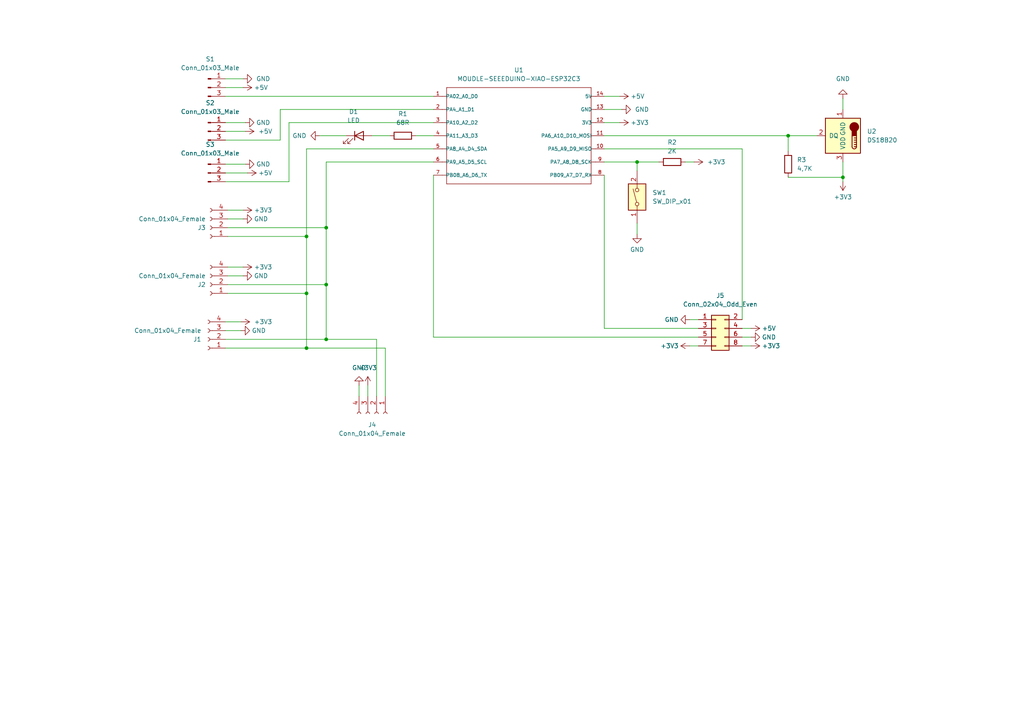
<source format=kicad_sch>
(kicad_sch (version 20231120) (generator "eeschema") (generator_version "8.0")
  (paper "A4")
  (lib_symbols
    (symbol "Connector:Conn_01x03_Male" (pin_names (offset 1.016) hide)
      (property "Reference" "J" (at 0 5.08 0))
      (property "Value" "Conn_01x03_Male" (at 0 -5.08 0))
      (symbol "Conn_01x03_Male_1_1"
        (polyline (pts (xy 1.27 -2.54) (xy 0.8636 -2.54)) (stroke (width 0.1524)))
        (polyline (pts (xy 1.27 0) (xy 0.8636 0)) (stroke (width 0.1524)))
        (polyline (pts (xy 1.27 2.54) (xy 0.8636 2.54)) (stroke (width 0.1524)))
        (rectangle (start 0.8636 -2.413) (end 0 -2.667) (stroke (width 0.1524)) (fill (type outline)))
        (rectangle (start 0.8636 0.127) (end 0 -0.127) (stroke (width 0.1524)) (fill (type outline)))
        (rectangle (start 0.8636 2.667) (end 0 2.413) (stroke (width 0.1524)) (fill (type outline)))
        (pin passive line (at 5.08 2.54 180) (length 3.81) (name "Pin_1") (number "1"))
        (pin passive line (at 5.08 0 180) (length 3.81) (name "Pin_2") (number "2"))
        (pin passive line (at 5.08 -2.54 180) (length 3.81) (name "Pin_3") (number "3"))
      )
    )
    (symbol "Connector:Conn_01x04_Female" (pin_names (offset 1.016) hide)
      (property "Reference" "J" (at 0 5.08 0))
      (property "Value" "Conn_01x04_Female" (at 0 -7.62 0))
      (symbol "Conn_01x04_Female_1_1"
        (arc (start 0 -4.572) (mid -0.5058 -5.08) (end 0 -5.588) (stroke (width 0.1524)))
        (arc (start 0 -2.032) (mid -0.5058 -2.54) (end 0 -3.048) (stroke (width 0.1524)))
        (polyline (pts (xy -1.27 -5.08) (xy -0.508 -5.08)) (stroke (width 0.1524)))
        (polyline (pts (xy -1.27 -2.54) (xy -0.508 -2.54)) (stroke (width 0.1524)))
        (polyline (pts (xy -1.27 0) (xy -0.508 0)) (stroke (width 0.1524)))
        (polyline (pts (xy -1.27 2.54) (xy -0.508 2.54)) (stroke (width 0.1524)))
        (arc (start 0 0.508) (mid -0.5058 0) (end 0 -0.508) (stroke (width 0.1524)))
        (arc (start 0 3.048) (mid -0.5058 2.54) (end 0 2.032) (stroke (width 0.1524)))
        (pin passive line (at -5.08 2.54 0) (length 3.81) (name "Pin_1") (number "1"))
        (pin passive line (at -5.08 0 0) (length 3.81) (name "Pin_2") (number "2"))
        (pin passive line (at -5.08 -2.54 0) (length 3.81) (name "Pin_3") (number "3"))
        (pin passive line (at -5.08 -5.08 0) (length 3.81) (name "Pin_4") (number "4"))
      )
    )
    (symbol "Connector_Generic:Conn_02x04_Odd_Even" (pin_names (offset 1.016) hide)
      (property "Reference" "J" (at 1.27 5.08 0))
      (property "Value" "Conn_02x04_Odd_Even" (at 1.27 -7.62 0))
      (symbol "Conn_02x04_Odd_Even_1_1"
        (rectangle (start -1.27 -4.953) (end 0 -5.207) (stroke (width 0.1524)))
        (rectangle (start -1.27 -2.413) (end 0 -2.667) (stroke (width 0.1524)))
        (rectangle (start -1.27 0.127) (end 0 -0.127) (stroke (width 0.1524)))
        (rectangle (start -1.27 2.667) (end 0 2.413) (stroke (width 0.1524)))
        (rectangle (start -1.27 3.81) (end 3.81 -6.35) (stroke (width 0.254)) (fill (type background)))
        (rectangle (start 3.81 -4.953) (end 2.54 -5.207) (stroke (width 0.1524)))
        (rectangle (start 3.81 -2.413) (end 2.54 -2.667) (stroke (width 0.1524)))
        (rectangle (start 3.81 0.127) (end 2.54 -0.127) (stroke (width 0.1524)))
        (rectangle (start 3.81 2.667) (end 2.54 2.413) (stroke (width 0.1524)))
        (pin passive line (at -5.08 2.54 0) (length 3.81) (name "Pin_1") (number "1"))
        (pin passive line (at 7.62 2.54 180) (length 3.81) (name "Pin_2") (number "2"))
        (pin passive line (at -5.08 0 0) (length 3.81) (name "Pin_3") (number "3"))
        (pin passive line (at 7.62 0 180) (length 3.81) (name "Pin_4") (number "4"))
        (pin passive line (at -5.08 -2.54 0) (length 3.81) (name "Pin_5") (number "5"))
        (pin passive line (at 7.62 -2.54 180) (length 3.81) (name "Pin_6") (number "6"))
        (pin passive line (at -5.08 -5.08 0) (length 3.81) (name "Pin_7") (number "7"))
        (pin passive line (at 7.62 -5.08 180) (length 3.81) (name "Pin_8") (number "8"))
      )
    )
    (symbol "Device:LED" (pin_numbers hide) (pin_names (offset 1.016) hide)
      (property "Reference" "D" (at 0 2.54 0))
      (property "Value" "LED" (at 0 -2.54 0))
      (symbol "LED_0_1"
        (polyline (pts (xy -1.27 -1.27) (xy -1.27 1.27)) (stroke (width 0.254)))
        (polyline (pts (xy -1.27 0) (xy 1.27 0)))
        (polyline (pts (xy 1.27 -1.27) (xy 1.27 1.27) (xy -1.27 0) (xy 1.27 -1.27)) (stroke (width 0.254)))
        (polyline (pts (xy -3.048 -0.762) (xy -4.572 -2.286) (xy -3.81 -2.286) (xy -4.572 -2.286) (xy -4.572 -1.524)))
        (polyline (pts (xy -1.778 -0.762) (xy -3.302 -2.286) (xy -2.54 -2.286) (xy -3.302 -2.286) (xy -3.302 -1.524)))
      )
      (symbol "LED_1_1"
        (pin passive line (at -3.81 0 0) (length 2.54) (name "K") (number "1"))
        (pin passive line (at 3.81 0 180) (length 2.54) (name "A") (number "2"))
      )
    )
    (symbol "Device:R" (pin_numbers hide) (pin_names (offset 0))
      (property "Reference" "R" (at 2.032 0 90))
      (property "Value" "R" (at 0 0 90))
      (symbol "R_0_1"
        (rectangle (start -1.016 -2.54) (end 1.016 2.54) (stroke (width 0.254)))
      )
      (symbol "R_1_1"
        (pin passive line (at 0 3.81 270) (length 1.27) (name "~") (number "1"))
        (pin passive line (at 0 -3.81 90) (length 1.27) (name "~") (number "2"))
      )
    )
    (symbol "MOUDLE-SEEEDUINO-XIAO-ESP32C3:MOUDLE-SEEEDUINO-XIAO-ESP32C3" (pin_names (offset 1.016))
      (property "Reference" "U" (at -21.59 15.24 0))
      (property "Value" "MOUDLE-SEEEDUINO-XIAO-ESP32C3" (at -21.59 13.97 0))
      (symbol "MOUDLE-SEEEDUINO-XIAO-ESP32C3_0_0"
        (polyline (pts (xy -21.59 -13.97) (xy -21.59 0)) (stroke (width 0.1524)))
        (polyline (pts (xy -21.59 -11.43) (xy -22.86 -11.43)) (stroke (width 0.1524)))
        (polyline (pts (xy -21.59 -7.62) (xy -22.86 -7.62)) (stroke (width 0.1524)))
        (polyline (pts (xy -21.59 -3.81) (xy -22.86 -3.81)) (stroke (width 0.1524)))
        (polyline (pts (xy -21.59 0) (xy -22.86 0)) (stroke (width 0.1524)))
        (polyline (pts (xy -21.59 0) (xy -21.59 3.81)) (stroke (width 0.1524)))
        (polyline (pts (xy -21.59 3.81) (xy -22.86 3.81)) (stroke (width 0.1524)))
        (polyline (pts (xy -21.59 3.81) (xy -21.59 7.62)) (stroke (width 0.1524)))
        (polyline (pts (xy -21.59 7.62) (xy -22.86 7.62)) (stroke (width 0.1524)))
        (polyline (pts (xy -21.59 7.62) (xy -21.59 11.43)) (stroke (width 0.1524)))
        (polyline (pts (xy -21.59 11.43) (xy -22.86 11.43)) (stroke (width 0.1524)))
        (polyline (pts (xy -21.59 11.43) (xy -21.59 13.97)) (stroke (width 0.1524)))
        (polyline (pts (xy -21.59 13.97) (xy 20.32 13.97)) (stroke (width 0.1524)))
        (polyline (pts (xy 20.32 -13.97) (xy -21.59 -13.97)) (stroke (width 0.1524)))
        (polyline (pts (xy 20.32 3.81) (xy 20.32 -13.97)) (stroke (width 0.1524)))
        (polyline (pts (xy 20.32 7.62) (xy 20.32 3.81)) (stroke (width 0.1524)))
        (polyline (pts (xy 20.32 11.43) (xy 20.32 7.62)) (stroke (width 0.1524)))
        (polyline (pts (xy 20.32 13.97) (xy 20.32 11.43)) (stroke (width 0.1524)))
        (polyline (pts (xy 21.59 -11.43) (xy 20.32 -11.43)) (stroke (width 0.1524)))
        (polyline (pts (xy 21.59 -7.62) (xy 20.32 -7.62)) (stroke (width 0.1524)))
        (polyline (pts (xy 21.59 -3.81) (xy 20.32 -3.81)) (stroke (width 0.1524)))
        (polyline (pts (xy 21.59 0) (xy 20.32 0)) (stroke (width 0.1524)))
        (polyline (pts (xy 21.59 3.81) (xy 20.32 3.81)) (stroke (width 0.1524)))
        (polyline (pts (xy 21.59 7.62) (xy 20.32 7.62)) (stroke (width 0.1524)))
        (polyline (pts (xy 21.59 11.43) (xy 20.32 11.43)) (stroke (width 0.1524)))
        (pin bidirectional line (at -25.4 11.43 0) (length 2.54) (name "PA02_A0_D0") (number "1"))
        (pin bidirectional line (at 24.13 -3.81 180) (length 2.54) (name "PA5_A9_D9_MISO") (number "10"))
        (pin bidirectional line (at 24.13 0 180) (length 2.54) (name "PA6_A10_D10_MOSI") (number "11"))
        (pin bidirectional line (at 24.13 3.81 180) (length 2.54) (name "3V3") (number "12"))
        (pin bidirectional line (at 24.13 7.62 180) (length 2.54) (name "GND") (number "13"))
        (pin bidirectional line (at 24.13 11.43 180) (length 2.54) (name "5V") (number "14"))
        (pin bidirectional line (at -25.4 7.62 0) (length 2.54) (name "PA4_A1_D1") (number "2"))
        (pin bidirectional line (at -25.4 3.81 0) (length 2.54) (name "PA10_A2_D2") (number "3"))
        (pin bidirectional line (at -25.4 0 0) (length 2.54) (name "PA11_A3_D3") (number "4"))
        (pin bidirectional line (at -25.4 -3.81 0) (length 2.54) (name "PA8_A4_D4_SDA") (number "5"))
        (pin bidirectional line (at -25.4 -7.62 0) (length 2.54) (name "PA9_A5_D5_SCL") (number "6"))
        (pin bidirectional line (at -25.4 -11.43 0) (length 2.54) (name "PB08_A6_D6_TX") (number "7"))
        (pin bidirectional line (at 24.13 -11.43 180) (length 2.54) (name "PB09_A7_D7_RX") (number "8"))
        (pin bidirectional line (at 24.13 -7.62 180) (length 2.54) (name "PA7_A8_D8_SCK") (number "9"))
      )
    )
    (symbol "Sensor_Temperature:DS18B20" (pin_names (offset 1.016))
      (property "Reference" "U" (at -3.81 6.35 0))
      (property "Value" "DS18B20" (at 6.35 6.35 0))
      (symbol "DS18B20_0_1"
        (rectangle (start -5.08 5.08) (end 5.08 -5.08) (stroke (width 0.254)) (fill (type background)))
        (circle (center -3.302 -2.54) (radius 1.27) (stroke (width 0.254)) (fill (type outline)))
        (rectangle (start -2.667 -1.905) (end -3.937 0) (stroke (width 0.254)) (fill (type outline)))
        (arc (start -2.667 3.175) (mid -3.302 3.8072) (end -3.937 3.175) (stroke (width 0.254)))
        (polyline (pts (xy -3.937 0.635) (xy -3.302 0.635)) (stroke (width 0.254)))
        (polyline (pts (xy -3.937 1.27) (xy -3.302 1.27)) (stroke (width 0.254)))
        (polyline (pts (xy -3.937 1.905) (xy -3.302 1.905)) (stroke (width 0.254)))
        (polyline (pts (xy -3.937 2.54) (xy -3.302 2.54)) (stroke (width 0.254)))
        (polyline (pts (xy -3.937 3.175) (xy -3.937 0)) (stroke (width 0.254)))
        (polyline (pts (xy -3.937 3.175) (xy -3.302 3.175)) (stroke (width 0.254)))
        (polyline (pts (xy -2.667 3.175) (xy -2.667 0)) (stroke (width 0.254)))
      )
      (symbol "DS18B20_1_1"
        (pin power_in line (at 0 -7.62 90) (length 2.54) (name "GND") (number "1"))
        (pin bidirectional line (at 7.62 0 180) (length 2.54) (name "DQ") (number "2"))
        (pin power_in line (at 0 7.62 270) (length 2.54) (name "VDD") (number "3"))
      )
    )
    (symbol "Switch:SW_DIP_x01" (pin_names (offset 0) hide)
      (property "Reference" "SW" (at 0 3.81 0))
      (property "Value" "SW_DIP_x01" (at 0 -3.81 0))
      (symbol "SW_DIP_x01_0_0"
        (circle (center -2.032 0) (radius 0.508))
        (polyline (pts (xy -1.524 0.127) (xy 2.3622 1.1684)))
        (circle (center 2.032 0) (radius 0.508))
      )
      (symbol "SW_DIP_x01_0_1"
        (rectangle (start -3.81 2.54) (end 3.81 -2.54) (stroke (width 0.254)) (fill (type background)))
      )
      (symbol "SW_DIP_x01_1_1"
        (pin passive line (at -7.62 0 0) (length 5.08) (name "~") (number "1"))
        (pin passive line (at 7.62 0 180) (length 5.08) (name "~") (number "2"))
      )
    )
    (symbol "power:+3.3V" (power) (pin_names (offset 0))
      (property "Value" "+3.3V" (at 0 3.556 0))
      (symbol "+3.3V_0_1"
        (polyline (pts (xy -0.762 1.27) (xy 0 2.54)))
        (polyline (pts (xy 0 0) (xy 0 2.54)))
        (polyline (pts (xy 0 2.54) (xy 0.762 1.27)))
      )
      (symbol "+3.3V_1_1"
        (pin power_in line (at 0 0 90) (length 0) hide (name "+3V3") (number "1"))
      )
    )
    (symbol "power:+5V" (power) (pin_names (offset 0))
      (property "Value" "+5V" (at 0 3.556 0))
      (symbol "+5V_0_1"
        (polyline (pts (xy -0.762 1.27) (xy 0 2.54)))
        (polyline (pts (xy 0 0) (xy 0 2.54)))
        (polyline (pts (xy 0 2.54) (xy 0.762 1.27)))
      )
      (symbol "+5V_1_1"
        (pin power_in line (at 0 0 90) (length 0) hide (name "+5V") (number "1"))
      )
    )
    (symbol "power:GND" (power) (pin_names (offset 0))
      (property "Value" "GND" (at 0 -3.81 0))
      (symbol "GND_0_1"
        (polyline (pts (xy 0 0) (xy 0 -1.27) (xy 1.27 -1.27) (xy 0 -2.54) (xy -1.27 -1.27) (xy 0 -1.27)))
      )
      (symbol "GND_1_1"
        (pin power_in line (at 0 0 270) (length 0) hide (name "GND") (number "1"))
      )
    )
  )
  (junction (at 94.615 98.425))
  (junction (at 94.615 82.55))
  (junction (at 94.615 66.04))
  (junction (at 88.9 68.58))
  (junction (at 184.785 46.99))
  (junction (at 88.9 85.09))
  (junction (at 88.9 100.965))
  (junction (at 244.475 51.435))
  (junction (at 228.6 39.37))
  (wire (pts (xy 175.26 31.75) (xy 180.34 31.75)))
  (wire (pts (xy 198.755 46.99) (xy 201.295 46.99)))
  (wire (pts (xy 88.9 85.09) (xy 88.9 100.965)))
  (wire (pts (xy 109.22 98.425) (xy 109.22 114.935)))
  (wire (pts (xy 65.405 52.705) (xy 83.82 52.705)))
  (wire (pts (xy 66.04 77.47) (xy 70.485 77.47)))
  (wire (pts (xy 65.405 93.345) (xy 69.85 93.345)))
  (wire (pts (xy 94.615 46.99) (xy 94.615 66.04)))
  (wire (pts (xy 65.405 95.885) (xy 69.85 95.885)))
  (wire (pts (xy 65.405 38.1) (xy 71.12 38.1)))
  (wire (pts (xy 109.22 98.425) (xy 94.615 98.425)))
  (wire (pts (xy 66.04 60.96) (xy 70.485 60.96)))
  (wire (pts (xy 244.475 28.575) (xy 244.475 31.75)))
  (wire (pts (xy 83.82 52.705) (xy 83.82 35.56)))
  (wire (pts (xy 94.615 82.55) (xy 94.615 98.425)))
  (wire (pts (xy 215.265 95.25) (xy 217.805 95.25)))
  (wire (pts (xy 244.475 46.99) (xy 244.475 51.435)))
  (wire (pts (xy 81.28 40.64) (xy 81.28 31.75)))
  (wire (pts (xy 175.26 46.99) (xy 184.785 46.99)))
  (wire (pts (xy 88.9 100.965) (xy 65.405 100.965)))
  (wire (pts (xy 125.73 46.99) (xy 94.615 46.99)))
  (wire (pts (xy 104.14 111.76) (xy 104.14 114.935)))
  (wire (pts (xy 175.26 35.56) (xy 179.705 35.56)))
  (wire (pts (xy 200.025 100.33) (xy 202.565 100.33)))
  (wire (pts (xy 215.265 43.18) (xy 175.26 43.18)))
  (wire (pts (xy 65.405 40.64) (xy 81.28 40.64)))
  (wire (pts (xy 66.04 68.58) (xy 88.9 68.58)))
  (wire (pts (xy 175.26 27.94) (xy 179.705 27.94)))
  (wire (pts (xy 66.04 66.04) (xy 94.615 66.04)))
  (wire (pts (xy 125.73 43.18) (xy 88.9 43.18)))
  (wire (pts (xy 83.82 35.56) (xy 125.73 35.56)))
  (wire (pts (xy 228.6 39.37) (xy 236.855 39.37)))
  (wire (pts (xy 65.405 35.56) (xy 71.12 35.56)))
  (wire (pts (xy 175.26 50.8) (xy 175.26 95.25)))
  (wire (pts (xy 66.04 80.01) (xy 70.485 80.01)))
  (wire (pts (xy 175.26 95.25) (xy 202.565 95.25)))
  (wire (pts (xy 111.76 100.965) (xy 111.76 114.935)))
  (wire (pts (xy 125.73 97.79) (xy 202.565 97.79)))
  (wire (pts (xy 65.405 50.165) (xy 71.755 50.165)))
  (wire (pts (xy 244.475 51.435) (xy 244.475 52.705)))
  (wire (pts (xy 94.615 66.04) (xy 94.615 82.55)))
  (wire (pts (xy 215.265 97.79) (xy 217.805 97.79)))
  (wire (pts (xy 66.04 85.09) (xy 88.9 85.09)))
  (wire (pts (xy 107.95 39.37) (xy 113.03 39.37)))
  (wire (pts (xy 228.6 43.815) (xy 228.6 39.37)))
  (wire (pts (xy 184.785 64.77) (xy 184.785 67.945)))
  (wire (pts (xy 88.9 100.965) (xy 111.76 100.965)))
  (wire (pts (xy 81.28 31.75) (xy 125.73 31.75)))
  (wire (pts (xy 94.615 98.425) (xy 65.405 98.425)))
  (wire (pts (xy 228.6 51.435) (xy 244.475 51.435)))
  (wire (pts (xy 215.265 100.33) (xy 217.805 100.33)))
  (wire (pts (xy 65.405 25.4) (xy 70.485 25.4)))
  (wire (pts (xy 65.405 27.94) (xy 125.73 27.94)))
  (wire (pts (xy 66.04 82.55) (xy 94.615 82.55)))
  (wire (pts (xy 120.65 39.37) (xy 125.73 39.37)))
  (wire (pts (xy 215.265 92.71) (xy 215.265 43.18)))
  (wire (pts (xy 65.405 22.86) (xy 70.485 22.86)))
  (wire (pts (xy 65.405 47.625) (xy 71.12 47.625)))
  (wire (pts (xy 200.025 92.71) (xy 202.565 92.71)))
  (wire (pts (xy 125.73 50.8) (xy 125.73 97.79)))
  (wire (pts (xy 106.68 111.76) (xy 106.68 114.935)))
  (wire (pts (xy 88.9 43.18) (xy 88.9 68.58)))
  (wire (pts (xy 92.71 39.37) (xy 100.33 39.37)))
  (wire (pts (xy 184.785 46.99) (xy 184.785 49.53)))
  (wire (pts (xy 88.9 68.58) (xy 88.9 85.09)))
  (wire (pts (xy 175.26 39.37) (xy 228.6 39.37)))
  (wire (pts (xy 66.04 63.5) (xy 70.485 63.5)))
  (wire (pts (xy 184.785 46.99) (xy 191.135 46.99)))
  (symbol (lib_id "power:+5V") (at 217.805 95.25 270) (unit 1)
    (property "Reference" "#PWR017" (effects (hide yes)))
    (property "Value" "+5V" (at 220.98 95.2499 90) (effects (justify left)))
  )
  (symbol (lib_id "power:GND") (at 69.85 95.885 90) (unit 1)
    (property "Reference" "#PWR023" (effects (hide yes)))
    (property "Value" "GND" (at 73.025 95.8849 90) (effects (justify right)))
  )
  (symbol (lib_id "Device:LED") (at 104.14 39.37 0) (unit 1)
    (property "Reference" "D1" (at 102.5525 32.385 0))
    (property "Value" "LED" (at 102.5525 34.925 0))
    (property "Footprint" "LED_SMD:LED_1206_3216Metric" (effects (hide yes)))
  )
  (symbol (lib_id "power:GND") (at 180.34 31.75 90) (unit 1)
    (property "Reference" "#PWR012" (effects (hide yes)))
    (property "Value" "GND" (at 184.15 31.7499 90) (effects (justify right)))
  )
  (symbol (lib_id "power:+3.3V") (at 179.705 35.56 270) (unit 1)
    (property "Reference" "#PWR011" (effects (hide yes)))
    (property "Value" "+3V3" (at 182.88 35.5599 90) (effects (justify left)))
  )
  (symbol (lib_id "power:+5V") (at 179.705 27.94 270) (unit 1)
    (property "Reference" "#PWR010" (effects (hide yes)))
    (property "Value" "+5V" (at 182.88 27.9399 90) (effects (justify left)))
  )
  (symbol (lib_id "power:+3.3V") (at 70.485 77.47 270) (unit 1)
    (property "Reference" "#PWR026" (effects (hide yes)))
    (property "Value" "+3V3" (at 73.66 77.4699 90) (effects (justify left)))
  )
  (symbol (lib_id "Connector:Conn_01x03_Male") (at 60.325 50.165 0) (unit 1)
    (property "Reference" "S3" (at 60.96 41.91 0))
    (property "Value" "Conn_01x03_Male" (at 60.96 44.45 0))
    (property "Footprint" "Connector_PinHeader_2.54mm:PinHeader_1x03_P2.54mm_Vertical" (effects (hide yes)))
  )
  (symbol (lib_id "power:GND") (at 70.485 22.86 90) (unit 1)
    (property "Reference" "#PWR01" (effects (hide yes)))
    (property "Value" "GND" (at 74.295 22.8599 90) (effects (justify right)))
  )
  (symbol (lib_id "Device:R") (at 194.945 46.99 90) (unit 1)
    (property "Reference" "R2" (at 194.945 41.275 90))
    (property "Value" "2K" (at 194.945 43.815 90))
    (property "Footprint" "Resistor_SMD:R_0603_1608Metric_Pad0.98x0.95mm_HandSolder" (effects (hide yes)))
  )
  (symbol (lib_id "power:+3.3V") (at 70.485 60.96 270) (unit 1)
    (property "Reference" "#PWR024" (effects (hide yes)))
    (property "Value" "+3V3" (at 73.66 60.9599 90) (effects (justify left)))
  )
  (symbol (lib_id "Connector:Conn_01x04_Female") (at 60.96 82.55 180) (unit 1)
    (property "Reference" "J2" (at 59.69 82.5501 0) (effects (justify left)))
    (property "Value" "Conn_01x04_Female" (at 59.69 80.0101 0) (effects (justify left)))
    (property "Footprint" "Connector_PinHeader_2.54mm:PinHeader_1x04_P2.54mm_Vertical" (effects (hide yes)))
  )
  (symbol (lib_id "power:+5V") (at 71.12 38.1 270) (unit 1)
    (property "Reference" "#PWR04" (effects (hide yes)))
    (property "Value" "+5V" (at 74.93 38.0999 90) (effects (justify left)))
  )
  (symbol (lib_id "power:+3.3V") (at 200.025 100.33 90) (unit 1)
    (property "Reference" "#PWR015" (effects (hide yes)))
    (property "Value" "+3V3" (at 196.85 100.3299 90) (effects (justify left)))
  )
  (symbol (lib_id "power:GND") (at 244.475 28.575 180) (unit 1)
    (property "Reference" "#PWR020" (effects (hide yes)))
    (property "Value" "GND" (at 244.475 22.86 0))
  )
  (symbol (lib_id "Sensor_Temperature:DS18B20") (at 244.475 39.37 180) (unit 1)
    (property "Reference" "U2" (at 251.46 38.0999 0) (effects (justify right)))
    (property "Value" "DS18B20" (at 251.46 40.6399 0) (effects (justify right)))
    (property "Footprint" "TerminalBlock_Phoenix:TerminalBlock_Phoenix_MKDS-1,5-3_1x03_P5.00mm_Horizontal" (effects (hide yes)))
    (property "Datasheet" "http://datasheets.maximintegrated.com/en/ds/DS18B20.pdf" (effects (hide yes)))
  )
  (symbol (lib_id "power:GND") (at 71.12 47.625 90) (unit 1)
    (property "Reference" "#PWR05" (effects (hide yes)))
    (property "Value" "GND" (at 74.295 47.6249 90) (effects (justify right)))
  )
  (symbol (lib_id "Switch:SW_DIP_x01") (at 184.785 57.15 90) (unit 1)
    (property "Reference" "SW1" (at 189.23 55.8799 90) (effects (justify right)))
    (property "Value" "SW_DIP_x01" (at 189.23 58.4199 90) (effects (justify right)))
    (property "Footprint" "Button_Switch_THT:SW_PUSH_6mm_H4.3mm" (effects (hide yes)))
  )
  (symbol (lib_id "power:GND") (at 70.485 80.01 90) (unit 1)
    (property "Reference" "#PWR027" (effects (hide yes)))
    (property "Value" "GND" (at 73.66 80.0099 90) (effects (justify right)))
  )
  (symbol (lib_id "Connector:Conn_01x04_Female") (at 109.22 120.015 270) (unit 1)
    (property "Reference" "J4" (at 107.95 123.19 90))
    (property "Value" "Conn_01x04_Female" (at 107.95 125.73 90))
    (property "Footprint" "Connector_PinHeader_2.54mm:PinHeader_1x04_P2.54mm_Vertical" (effects (hide yes)))
  )
  (symbol (lib_id "power:GND") (at 104.14 111.76 180) (unit 1)
    (property "Reference" "#PWR08" (effects (hide yes)))
    (property "Value" "GND" (at 104.14 106.68 0))
  )
  (symbol (lib_id "power:+3.3V") (at 106.68 111.76 0) (unit 1)
    (property "Reference" "#PWR09" (effects (hide yes)))
    (property "Value" "+3V3" (at 106.68 106.68 0))
  )
  (symbol (lib_id "power:+5V") (at 70.485 25.4 270) (unit 1)
    (property "Reference" "#PWR02" (effects (hide yes)))
    (property "Value" "+5V" (at 73.66 25.3999 90) (effects (justify left)))
  )
  (symbol (lib_id "Connector:Conn_01x04_Female") (at 60.96 66.04 180) (unit 1)
    (property "Reference" "J3" (at 59.69 66.0401 0) (effects (justify left)))
    (property "Value" "Conn_01x04_Female" (at 59.69 63.5001 0) (effects (justify left)))
    (property "Footprint" "Connector_PinHeader_2.54mm:PinHeader_1x04_P2.54mm_Vertical" (effects (hide yes)))
  )
  (symbol (lib_id "Device:R") (at 116.84 39.37 270) (unit 1)
    (property "Reference" "R1" (at 116.84 33.02 90))
    (property "Value" "68R" (at 116.84 35.56 90))
    (property "Footprint" "Resistor_SMD:R_0603_1608Metric_Pad0.98x0.95mm_HandSolder" (effects (hide yes)))
  )
  (symbol (lib_id "power:+5V") (at 71.755 50.165 270) (unit 1)
    (property "Reference" "#PWR06" (effects (hide yes)))
    (property "Value" "+5V" (at 74.93 50.1649 90) (effects (justify left)))
  )
  (symbol (lib_id "Connector:Conn_01x03_Male") (at 60.325 25.4 0) (unit 1)
    (property "Reference" "S1" (at 60.96 17.145 0))
    (property "Value" "Conn_01x03_Male" (at 60.96 19.685 0))
    (property "Footprint" "Connector_PinHeader_2.54mm:PinHeader_1x03_P2.54mm_Vertical" (effects (hide yes)))
  )
  (symbol (lib_id "Connector_Generic:Conn_02x04_Odd_Even") (at 207.645 95.25 0) (unit 1)
    (property "Reference" "J5" (at 208.915 85.725 0))
    (property "Value" "Conn_02x04_Odd_Even" (at 208.915 88.265 0))
    (property "Footprint" "Connector_PinHeader_2.54mm:PinHeader_2x04_P2.54mm_Vertical" (effects (hide yes)))
  )
  (symbol (lib_id "power:GND") (at 217.805 97.79 90) (unit 1)
    (property "Reference" "#PWR018" (effects (hide yes)))
    (property "Value" "GND" (at 220.98 97.7899 90) (effects (justify right)))
  )
  (symbol (lib_id "power:GND") (at 200.025 92.71 270) (unit 1)
    (property "Reference" "#PWR014" (effects (hide yes)))
    (property "Value" "GND" (at 196.85 92.7099 90) (effects (justify right)))
  )
  (symbol (lib_id "power:GND") (at 70.485 63.5 90) (unit 1)
    (property "Reference" "#PWR025" (effects (hide yes)))
    (property "Value" "GND" (at 73.66 63.4999 90) (effects (justify right)))
  )
  (symbol (lib_id "power:+3.3V") (at 217.805 100.33 270) (unit 1)
    (property "Reference" "#PWR019" (effects (hide yes)))
    (property "Value" "+3V3" (at 220.98 100.3299 90) (effects (justify left)))
  )
  (symbol (lib_id "power:+3.3V") (at 244.475 52.705 180) (unit 1)
    (property "Reference" "#PWR021" (effects (hide yes)))
    (property "Value" "+3V3" (at 244.475 57.15 0))
  )
  (symbol (lib_id "Device:R") (at 228.6 47.625 0) (unit 1)
    (property "Reference" "R3" (at 231.14 46.3549 0) (effects (justify left)))
    (property "Value" "4,7K" (at 231.14 48.8949 0) (effects (justify left)))
    (property "Footprint" "Resistor_SMD:R_0603_1608Metric_Pad0.98x0.95mm_HandSolder" (effects (hide yes)))
  )
  (symbol (lib_id "power:GND") (at 184.785 67.945 0) (unit 1)
    (property "Reference" "#PWR013" (effects (hide yes)))
    (property "Value" "GND" (at 184.785 72.39 0))
  )
  (symbol (lib_id "Connector:Conn_01x03_Male") (at 60.325 38.1 0) (unit 1)
    (property "Reference" "S2" (at 60.96 29.845 0))
    (property "Value" "Conn_01x03_Male" (at 60.96 32.385 0))
    (property "Footprint" "Connector_PinHeader_2.54mm:PinHeader_1x03_P2.54mm_Vertical" (effects (hide yes)))
  )
  (symbol (lib_id "Connector:Conn_01x04_Female") (at 60.325 98.425 180) (unit 1)
    (property "Reference" "J1" (at 58.42 98.4251 0) (effects (justify left)))
    (property "Value" "Conn_01x04_Female" (at 58.42 95.8851 0) (effects (justify left)))
    (property "Footprint" "Connector_PinHeader_2.54mm:PinHeader_1x04_P2.54mm_Vertical" (effects (hide yes)))
  )
  (symbol (lib_id "MOUDLE-SEEEDUINO-XIAO-ESP32C3:MOUDLE-SEEEDUINO-XIAO-ESP32C3") (at 151.13 39.37 0) (unit 1)
    (property "Reference" "U1" (at 150.495 20.32 0))
    (property "Value" "MOUDLE-SEEEDUINO-XIAO-ESP32C3" (at 150.495 22.86 0))
    (property "Footprint" "xiao ESP32C3_PCB:MOUDLE14P-SMD-2.54-21X17.8MM" (effects (hide yes)))
  )
  (symbol (lib_id "power:+3.3V") (at 69.85 93.345 270) (unit 1)
    (property "Reference" "#PWR022" (effects (hide yes)))
    (property "Value" "+3V3" (at 73.66 93.3449 90) (effects (justify left)))
  )
  (symbol (lib_id "power:+3.3V") (at 201.295 46.99 270) (unit 1)
    (property "Reference" "#PWR016" (effects (hide yes)))
    (property "Value" "+3V3" (at 205.105 46.9899 90) (effects (justify left)))
  )
  (symbol (lib_id "power:GND") (at 71.12 35.56 90) (unit 1)
    (property "Reference" "#PWR03" (effects (hide yes)))
    (property "Value" "GND" (at 74.295 35.5599 90) (effects (justify right)))
  )
  (symbol (lib_id "power:GND") (at 92.71 39.37 270) (unit 1)
    (property "Reference" "#PWR07" (effects (hide yes)))
    (property "Value" "GND" (at 88.9 39.3699 90) (effects (justify right)))
  )
)
</source>
